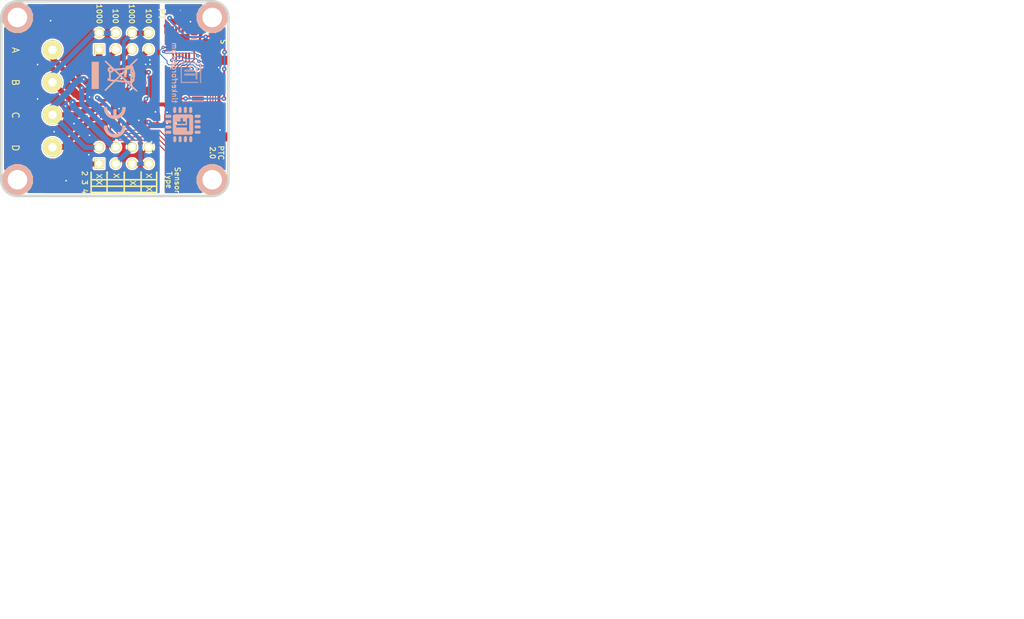
<source format=kicad_pcb>
(kicad_pcb (version 4) (host pcbnew 4.0.7-e2-6376~58~ubuntu17.04.1)
  (title_block (title "PTC Bricklet") (date "25 jun 2013") (rev 1.0) (company "Tinkerforge GmbH") (comment 1 "Licensed under CERN OHL v.1.1") (comment 2 "Copyright (©) 2013, B.Nordmeyer <bastian@tinkerforge.com>"))
  (layers (0 Vorderseite signal hide) (31 Rückseite signal hide) (34 B.Paste user) (35 F.Paste user) (36 B.SilkS user) (37 F.SilkS user) (38 B.Mask user) (39 F.Mask user) (44 Edge.Cuts user))
  (net 0 "")
  (net 1 AGND)
  (net 2 FORCE+)
  (net 3 FORCE-)
  (net 4 FORCE2)
  (net 5 GND)
  (net 6 RTDIN+)
  (net 7 RTDIN-)
  (net 8 VCC)
  (net 9 "Net-(P1-Pad4)")
  (net 10 "Net-(P1-Pad5)")
  (net 11 "Net-(P1-Pad6)")
  (net 12 "Net-(C1-Pad1)")
  (net 13 "Net-(C6-Pad1)")
  (net 14 "Net-(C7-Pad2)")
  (net 15 "Net-(C8-Pad2)")
  (net 16 "Net-(D1-Pad2)")
  (net 17 "Net-(P2-Pad1)")
  (net 18 "Net-(P3-Pad2)")
  (net 19 "Net-(R1-Pad1)")
  (net 20 "Net-(P4-Pad7)")
  (net 21 "Net-(R2-Pad2)")
  (net 22 "Net-(P4-Pad5)")
  (net 23 S-MISO)
  (net 24 S-MOSI)
  (net 25 S-CLK)
  (net 26 S-CS)
  (net 27 "Net-(RP2-Pad1)")
  (net 28 "Net-(RP2-Pad2)")
  (net 29 "Net-(RP2-Pad3)")
  (net 30 "Net-(RP2-Pad4)")
  (net 31 M-MISO)
  (net 32 M-MOSI)
  (net 33 M-CLK)
  (net 34 M-CS)
  (net 35 "Net-(P4-Pad6)")
  (module kicad-libraries:Fiducial_Mark (layer Vorderseite) (at 153.8 98.5)
    (fp_text reference Fiducial_Mark hide)
    (fp_text value VAL** hide)
    (pad 1 smd circle (at 0 0) (size 1.00076 1.00076) (layers Vorderseite F.Paste F.Mask) (clearance 0.65024))
  )
  (module C0805 (layer Vorderseite) (at 153.2 86.9 270)
    (fp_text reference C2)
    (fp_text value 10uF)
    (pad 1 smd rect (at -1.00076 0 270) (size 1.00076 1.24968) (layers Vorderseite F.Paste F.Mask) (net 8 VCC) (clearance 0.14986))
    (pad 2 smd rect (at 1.00076 0 270) (size 1.00076 1.24968) (layers Vorderseite F.Paste F.Mask) (net 5 GND) (clearance 0.14986))
  )
  (module CON-SENSOR2 (layer Vorderseite) (at 159.79902 84.9503 90)
    (fp_text reference P1)
    (fp_text value CON-SENSOR)
    (pad 1 smd rect (at -3.75 -4.6 90) (size 0.6 1.8) (layers Vorderseite F.Paste F.Mask))
    (pad 2 smd rect (at -2.5 -4.6 90) (size 0.6 1.8) (layers Vorderseite F.Paste F.Mask) (net 5 GND))
    (pad EP smd rect (at -5.9 -1.2 90) (size 1.4 2.4) (layers Vorderseite F.Paste F.Mask) (net 5 GND))
    (pad EP smd rect (at 5.9 -1.2 90) (size 1.4 2.4) (layers Vorderseite F.Paste F.Mask) (net 5 GND))
    (pad 3 smd rect (at -1.25 -4.6 90) (size 0.6 1.8) (layers Vorderseite F.Paste F.Mask) (net 8 VCC))
    (pad 4 smd rect (at 0 -4.6 90) (size 0.6 1.8) (layers Vorderseite F.Paste F.Mask) (net 9 "Net-(P1-Pad4)"))
    (pad 5 smd rect (at 1.25 -4.6 90) (size 0.6 1.8) (layers Vorderseite F.Paste F.Mask) (net 10 "Net-(P1-Pad5)"))
    (pad 6 smd rect (at 2.5 -4.6 90) (size 0.6 1.8) (layers Vorderseite F.Paste F.Mask) (net 11 "Net-(P1-Pad6)"))
    (pad 7 smd rect (at 3.75 -4.6 90) (size 0.6 1.8) (layers Vorderseite F.Paste F.Mask) (net 12 "Net-(C1-Pad1)"))
  )
  (module kicad-libraries:Logo_31x31 (layer Rückseite) (at 155.7 82.55 90)
    (fp_text reference G*** hide)
    (fp_text value Logo_31x31 hide)
  )
  (module kicad-libraries:Fiducial_Mark (layer Vorderseite) (at 153.9 71.5)
    (fp_text reference Fiducial_Mark hide)
    (fp_text value VAL** hide)
    (pad 1 smd circle (at 0 0) (size 1.00076 1.00076) (layers Vorderseite F.Paste F.Mask) (clearance 0.65024))
  )
  (module kicad-libraries:Fiducial_Mark (layer Vorderseite) (at 130.9 98.4)
    (fp_text reference Fiducial_Mark hide)
    (fp_text value VAL** hide)
    (pad 1 smd circle (at 0 0) (size 1.00076 1.00076) (layers Vorderseite F.Paste F.Mask) (clearance 0.65024))
  )
  (module kicad-libraries:CE_5mm (layer Rückseite) (at 142.4 88.55 90)
    (fp_text reference VAL hide)
    (fp_text value CE_5mm hide)
  )
  (module kicad-libraries:WEEE_7mm (layer Rückseite) (at 142.4 81.35 90)
    (fp_text reference VAL hide)
    (fp_text value WEEE_7mm hide)
  )
  (module kicad-libraries:Fiducial_Mark (layer Vorderseite) (at 130.9 71.5)
    (fp_text reference Fiducial_Mark hide)
    (fp_text value VAL** hide)
    (pad 1 smd circle (at 0 0) (size 1.00076 1.00076) (layers Vorderseite F.Paste F.Mask) (clearance 0.65024))
  )
  (module C0402E (layer Vorderseite) (at 153.5 81.45 90)
    (fp_text reference C1)
    (fp_text value 220pF)
    (pad 1 smd rect (at -0.65 0 90) (size 0.7 0.9) (layers Vorderseite F.Paste F.Mask) (net 12 "Net-(C1-Pad1)"))
    (pad 2 smd rect (at 0.65 0 90) (size 0.7 0.9) (layers Vorderseite F.Paste F.Mask) (net 5 GND))
  )
  (module C0603F (layer Vorderseite) (at 151.8 87.1 270)
    (fp_text reference C3)
    (fp_text value 100nF)
    (pad 1 smd rect (at -0.75 0 270) (size 0.9 0.9) (layers Vorderseite F.Paste F.Mask) (net 8 VCC))
    (pad 2 smd rect (at 0.75 0 270) (size 0.9 0.9) (layers Vorderseite F.Paste F.Mask) (net 5 GND))
  )
  (module C0603F (layer Vorderseite) (at 152.35 73.1)
    (fp_text reference C4)
    (fp_text value 100nF)
    (pad 1 smd rect (at -0.75 0) (size 0.9 0.9) (layers Vorderseite F.Paste F.Mask) (net 8 VCC))
    (pad 2 smd rect (at 0.75 0) (size 0.9 0.9) (layers Vorderseite F.Paste F.Mask) (net 5 GND))
  )
  (module C0603F (layer Vorderseite) (at 146.9 86.6 90)
    (fp_text reference C5)
    (fp_text value 100nF)
    (pad 1 smd rect (at -0.75 0 90) (size 0.9 0.9) (layers Vorderseite F.Paste F.Mask) (net 5 GND))
    (pad 2 smd rect (at 0.75 0 90) (size 0.9 0.9) (layers Vorderseite F.Paste F.Mask) (net 8 VCC))
  )
  (module C0603F (layer Vorderseite) (at 145.5 81.7 90)
    (fp_text reference C6)
    (fp_text value 100nF)
    (pad 1 smd rect (at -0.75 0 90) (size 0.9 0.9) (layers Vorderseite F.Paste F.Mask) (net 13 "Net-(C6-Pad1)"))
    (pad 2 smd rect (at 0.75 0 90) (size 0.9 0.9) (layers Vorderseite F.Paste F.Mask) (net 1 AGND))
  )
  (module C0603F (layer Vorderseite) (at 140.1 81.6 90)
    (fp_text reference C7)
    (fp_text value 10nF)
    (pad 1 smd rect (at -0.75 0 90) (size 0.9 0.9) (layers Vorderseite F.Paste F.Mask) (net 7 RTDIN-))
    (pad 2 smd rect (at 0.75 0 90) (size 0.9 0.9) (layers Vorderseite F.Paste F.Mask) (net 14 "Net-(C7-Pad2)"))
  )
  (module C0603F (layer Vorderseite) (at 138.7 81.6 90)
    (fp_text reference C8)
    (fp_text value 100nF)
    (pad 1 smd rect (at -0.75 0 90) (size 0.9 0.9) (layers Vorderseite F.Paste F.Mask) (net 7 RTDIN-))
    (pad 2 smd rect (at 0.75 0 90) (size 0.9 0.9) (layers Vorderseite F.Paste F.Mask) (net 15 "Net-(C8-Pad2)"))
  )
  (module D0603F (layer Vorderseite) (at 157.15 76.2)
    (fp_text reference D1)
    (fp_text value blue)
    (pad 1 smd rect (at -0.75 0) (size 0.9 0.9) (layers Vorderseite F.Paste F.Mask) (net 8 VCC))
    (pad 2 smd rect (at 0.75 0) (size 0.9 0.9) (layers Vorderseite F.Paste F.Mask) (net 16 "Net-(D1-Pad2)"))
  )
  (module R0603F (layer Vorderseite) (at 149.7 87.9)
    (fp_text reference FB1)
    (fp_text value FB)
    (pad 1 smd rect (at -0.75 0) (size 0.9 0.9) (layers Vorderseite F.Paste F.Mask) (net 1 AGND))
    (pad 2 smd rect (at 0.75 0) (size 0.9 0.9) (layers Vorderseite F.Paste F.Mask) (net 5 GND))
  )
  (module R0603F (layer Vorderseite) (at 146.8 81.7 270)
    (fp_text reference FB2)
    (fp_text value FB)
    (pad 1 smd rect (at -0.75 0 270) (size 0.9 0.9) (layers Vorderseite F.Paste F.Mask) (net 8 VCC))
    (pad 2 smd rect (at 0.75 0 270) (size 0.9 0.9) (layers Vorderseite F.Paste F.Mask) (net 13 "Net-(C6-Pad1)"))
  )
  (module AKL_5_2 (layer Vorderseite) (at 132.79882 79.94904 90)
    (fp_text reference J1)
    (fp_text value AKL_5_2)
    (pad 1 thru_hole circle (at -2.49936 0 90) (size 2.99974 2.99974) (drill 1.30048) (layers *.Cu *.Mask F.SilkS) (net 6 RTDIN+))
    (pad 2 thru_hole circle (at 2.49936 0 90) (size 2.99974 2.99974) (drill 1.30048) (layers *.Cu *.Mask F.SilkS) (net 2 FORCE+))
  )
  (module AKL_5_2 (layer Vorderseite) (at 132.79882 89.94902 90)
    (fp_text reference J2)
    (fp_text value AKL_5_2)
    (pad 1 thru_hole circle (at -2.49936 0 90) (size 2.99974 2.99974) (drill 1.30048) (layers *.Cu *.Mask F.SilkS) (net 3 FORCE-))
    (pad 2 thru_hole circle (at 2.49936 0 90) (size 2.99974 2.99974) (drill 1.30048) (layers *.Cu *.Mask F.SilkS) (net 7 RTDIN-))
  )
  (module kicad-libraries:DEBUG_PAD (layer Vorderseite) (at 150.3 73.75)
    (fp_text reference P2)
    (fp_text value Debug)
    (pad 1 smd circle (at 0 0) (size 0.7 0.7) (layers Vorderseite F.Paste F.Mask) (net 17 "Net-(P2-Pad1)"))
  )
  (module kicad-libraries:SolderJumper (layer Vorderseite) (at 151.55 71.3 180)
    (fp_text reference P3)
    (fp_text value Boot)
    (pad 2 smd rect (at 0.55 0 180) (size 0.3 1.4) (layers Vorderseite F.Mask) (net 18 "Net-(P3-Pad2)"))
    (pad 2 smd rect (at 0.15 0 180) (size 0.6 0.5) (layers Vorderseite F.Mask) (net 18 "Net-(P3-Pad2)"))
    (pad 1 smd rect (at -0.5 0 180) (size 0.4 1.4) (layers Vorderseite F.Mask) (net 5 GND))
    (pad 1 smd rect (at -0.225 0.55 180) (size 0.95 0.3) (layers Vorderseite F.Mask) (net 5 GND))
    (pad 1 smd rect (at -0.225 -0.55 180) (size 0.95 0.3) (layers Vorderseite F.Mask) (net 5 GND))
  )
  (module R0603F (layer Vorderseite) (at 157.15 77.5)
    (fp_text reference R1)
    (fp_text value 1k)
    (pad 1 smd rect (at -0.75 0) (size 0.9 0.9) (layers Vorderseite F.Paste F.Mask) (net 19 "Net-(R1-Pad1)"))
    (pad 2 smd rect (at 0.75 0) (size 0.9 0.9) (layers Vorderseite F.Paste F.Mask) (net 16 "Net-(D1-Pad2)"))
  )
  (module R0805 (layer Vorderseite) (at 143.4 81.5 270)
    (fp_text reference R2)
    (fp_text value "390 0.1%")
    (pad 1 smd rect (at -1.00076 0 270) (size 1.00076 1.24968) (layers Vorderseite F.Paste F.Mask) (net 20 "Net-(P4-Pad7)") (clearance 0.14986))
    (pad 2 smd rect (at 1.00076 0 270) (size 1.00076 1.24968) (layers Vorderseite F.Paste F.Mask) (net 21 "Net-(R2-Pad2)") (clearance 0.14986))
  )
  (module R0805 (layer Vorderseite) (at 141.8 81.5 270)
    (fp_text reference R3)
    (fp_text value "3k9 0.1%")
    (pad 1 smd rect (at -1.00076 0 270) (size 1.00076 1.24968) (layers Vorderseite F.Paste F.Mask) (net 22 "Net-(P4-Pad5)") (clearance 0.14986))
    (pad 2 smd rect (at 1.00076 0 270) (size 1.00076 1.24968) (layers Vorderseite F.Paste F.Mask) (net 21 "Net-(R2-Pad2)") (clearance 0.14986))
  )
  (module kicad-libraries:4X0402 (layer Vorderseite) (at 151.8 81.45)
    (fp_text reference RP1)
    (fp_text value 82)
    (pad 1 smd rect (at -0.7493 0.575 180) (size 0.29972 0.65) (layers Vorderseite F.Paste F.Mask) (net 9 "Net-(P1-Pad4)"))
    (pad 2 smd rect (at -0.24892 0.575 180) (size 0.29972 0.65) (layers Vorderseite F.Paste F.Mask) (net 10 "Net-(P1-Pad5)"))
    (pad 3 smd rect (at 0.24892 0.575 180) (size 0.29972 0.65) (layers Vorderseite F.Paste F.Mask) (net 11 "Net-(P1-Pad6)"))
    (pad 4 smd rect (at 0.7493 0.575 180) (size 0.29972 0.65) (layers Vorderseite F.Paste F.Mask) (net 12 "Net-(C1-Pad1)"))
    (pad 5 smd rect (at 0.7493 -0.575) (size 0.29972 0.65) (layers Vorderseite F.Paste F.Mask) (net 23 S-MISO))
    (pad 6 smd rect (at 0.24892 -0.575) (size 0.29972 0.65) (layers Vorderseite F.Paste F.Mask) (net 24 S-MOSI))
    (pad 7 smd rect (at -0.24892 -0.575) (size 0.29972 0.65) (layers Vorderseite F.Paste F.Mask) (net 25 S-CLK))
    (pad 8 smd rect (at -0.7493 -0.575) (size 0.29972 0.65) (layers Vorderseite F.Paste F.Mask) (net 26 S-CS))
  )
  (module 0603X4 (layer Vorderseite) (at 152.2 92.3 90)
    (fp_text reference RP2)
    (fp_text value 100)
    (pad 1 smd rect (at 1.19888 -0.8509 90) (size 0.44958 0.89916) (layers Vorderseite F.Paste F.Mask) (net 27 "Net-(RP2-Pad1)"))
    (pad 2 smd rect (at 0.39878 -0.8509 90) (size 0.44958 0.89916) (layers Vorderseite F.Paste F.Mask) (net 28 "Net-(RP2-Pad2)"))
    (pad 3 smd rect (at -0.39878 -0.8509 90) (size 0.44958 0.89916) (layers Vorderseite F.Paste F.Mask) (net 29 "Net-(RP2-Pad3)"))
    (pad 4 smd rect (at -1.19888 -0.8509 90) (size 0.44958 0.89916) (layers Vorderseite F.Paste F.Mask) (net 30 "Net-(RP2-Pad4)"))
    (pad 5 smd rect (at -1.19888 0.8509 90) (size 0.44958 0.89916) (layers Vorderseite F.Paste F.Mask) (net 32 M-MOSI))
    (pad 6 smd rect (at -0.39878 0.8509 90) (size 0.44958 0.89916) (layers Vorderseite F.Paste F.Mask) (net 33 M-CLK))
    (pad 7 smd rect (at 0.39878 0.8509 90) (size 0.44958 0.89916) (layers Vorderseite F.Paste F.Mask) (net 34 M-CS))
    (pad 8 smd rect (at 1.19888 0.8509 90) (size 0.44958 0.89916) (layers Vorderseite F.Paste F.Mask) (net 31 M-MISO))
  )
  (module kicad-libraries:QFN24-4x4mm-0.5mm (layer Vorderseite) (at 152.6 76.3 180)
    (fp_text reference U1)
    (fp_text value XMC1XXX24)
    (pad 1 smd oval (at -2.025 -1.25 180) (size 1 0.3) (layers Vorderseite F.Paste F.Mask) (net 23 S-MISO))
    (pad 2 smd oval (at -2.025 -0.75 180) (size 1 0.3) (layers Vorderseite F.Paste F.Mask) (net 19 "Net-(R1-Pad1)"))
    (pad 3 smd oval (at -2.025 -0.25 180) (size 1 0.3) (layers Vorderseite F.Paste F.Mask))
    (pad 4 smd oval (at -2.025 0.25 180) (size 1 0.3) (layers Vorderseite F.Paste F.Mask))
    (pad 5 smd oval (at -2.025 0.75 180) (size 1 0.3) (layers Vorderseite F.Paste F.Mask))
    (pad 6 smd oval (at -2.025 1.25 180) (size 1 0.3) (layers Vorderseite F.Paste F.Mask))
    (pad 7 smd oval (at -1.25 2.025 270) (size 1 0.3) (layers Vorderseite F.Paste F.Mask))
    (pad 8 smd oval (at -0.75 2.025 270) (size 1 0.3) (layers Vorderseite F.Paste F.Mask))
    (pad 9 smd oval (at -0.25 2.025 270) (size 1 0.3) (layers Vorderseite F.Paste F.Mask) (net 5 GND))
    (pad 10 smd oval (at 0.25 2.025 270) (size 1 0.3) (layers Vorderseite F.Paste F.Mask) (net 8 VCC))
    (pad 11 smd oval (at 0.75 2.025 270) (size 1 0.3) (layers Vorderseite F.Paste F.Mask))
    (pad 12 smd oval (at 1.25 2.025 270) (size 1 0.3) (layers Vorderseite F.Paste F.Mask) (net 18 "Net-(P3-Pad2)"))
    (pad 13 smd oval (at 2.025 1.25 180) (size 1 0.3) (layers Vorderseite F.Paste F.Mask) (net 17 "Net-(P2-Pad1)"))
    (pad 14 smd oval (at 2.025 0.75 180) (size 1 0.3) (layers Vorderseite F.Paste F.Mask))
    (pad 15 smd oval (at 2.025 0.25 180) (size 1 0.3) (layers Vorderseite F.Paste F.Mask))
    (pad 16 smd oval (at 2.025 -0.25 180) (size 1 0.3) (layers Vorderseite F.Paste F.Mask))
    (pad 17 smd oval (at 2.025 -0.75 180) (size 1 0.3) (layers Vorderseite F.Paste F.Mask) (net 31 M-MISO))
    (pad 18 smd oval (at 2.025 -1.25 180) (size 1 0.3) (layers Vorderseite F.Paste F.Mask) (net 32 M-MOSI))
    (pad 19 smd oval (at 1.25 -2.025 270) (size 1 0.3) (layers Vorderseite F.Paste F.Mask) (net 33 M-CLK))
    (pad 20 smd oval (at 0.75 -2.025 270) (size 1 0.3) (layers Vorderseite F.Paste F.Mask) (net 34 M-CS))
    (pad 21 smd oval (at 0.25 -2.025 270) (size 1 0.3) (layers Vorderseite F.Paste F.Mask))
    (pad 22 smd oval (at -0.25 -2.025 270) (size 1 0.3) (layers Vorderseite F.Paste F.Mask) (net 26 S-CS))
    (pad 23 smd oval (at -0.75 -2.025 270) (size 1 0.3) (layers Vorderseite F.Paste F.Mask) (net 25 S-CLK))
    (pad 24 smd oval (at -1.25 -2.025 270) (size 1 0.3) (layers Vorderseite F.Paste F.Mask) (net 24 S-MOSI))
    (pad EXP smd rect (at 0.65 0.65 180) (size 1.3 1.3) (layers Vorderseite F.Paste F.Mask) (net 5 GND))
    (pad EXP smd rect (at 0.65 -0.65 180) (size 1.3 1.3) (layers Vorderseite F.Paste F.Mask) (net 5 GND))
    (pad EXP smd rect (at -0.65 0.65 180) (size 1.3 1.3) (layers Vorderseite F.Paste F.Mask) (net 5 GND))
    (pad EXP smd rect (at -0.65 -0.65 180) (size 1.3 1.3) (layers Vorderseite F.Paste F.Mask) (net 5 GND))
  )
  (module QFN-20-5x5 (layer Vorderseite) (at 143.05026 86.4997 180)
    (fp_text reference U2)
    (fp_text value MAX31865)
    (pad 1 smd rect (at -1.29794 2.3876) (size 0.34798 1.14808) (layers Vorderseite F.Paste F.Mask) (net 35 "Net-(P4-Pad6)"))
    (pad 2 smd rect (at -0.6477 2.3876) (size 0.34798 1.14808) (layers Vorderseite F.Paste F.Mask) (net 35 "Net-(P4-Pad6)"))
    (pad 3 smd rect (at 0 2.3876) (size 0.34798 1.14808) (layers Vorderseite F.Paste F.Mask) (net 21 "Net-(R2-Pad2)"))
    (pad 4 smd rect (at 0.6477 2.3876) (size 0.34798 1.14808) (layers Vorderseite F.Paste F.Mask) (net 21 "Net-(R2-Pad2)"))
    (pad 5 smd rect (at 1.29794 2.3876) (size 0.34798 1.14808) (layers Vorderseite F.Paste F.Mask) (net 2 FORCE+))
    (pad 6 smd rect (at 2.3876 1.29794 90) (size 0.34798 1.14808) (layers Vorderseite F.Paste F.Mask) (net 4 FORCE2))
    (pad 7 smd rect (at 2.3876 0.6477 90) (size 0.34798 1.14808) (layers Vorderseite F.Paste F.Mask) (net 6 RTDIN+))
    (pad 8 smd rect (at 2.3876 0 90) (size 0.34798 1.14808) (layers Vorderseite F.Paste F.Mask) (net 7 RTDIN-))
    (pad 9 smd rect (at 2.3876 -0.6477 90) (size 0.34798 1.14808) (layers Vorderseite F.Paste F.Mask) (net 3 FORCE-))
    (pad 10 smd rect (at 2.3876 -1.29794 90) (size 0.34798 1.14808) (layers Vorderseite F.Paste F.Mask) (net 1 AGND))
    (pad 11 smd rect (at 1.29794 -2.3876 180) (size 0.34798 1.14808) (layers Vorderseite F.Paste F.Mask) (net 30 "Net-(RP2-Pad4)"))
    (pad 12 smd rect (at 0.6477 -2.3876 180) (size 0.34798 1.14808) (layers Vorderseite F.Paste F.Mask) (net 29 "Net-(RP2-Pad3)"))
    (pad 13 smd rect (at 0 -2.3876 180) (size 0.34798 1.14808) (layers Vorderseite F.Paste F.Mask) (net 28 "Net-(RP2-Pad2)"))
    (pad 14 smd rect (at -0.6477 -2.3876 180) (size 0.34798 1.14808) (layers Vorderseite F.Paste F.Mask) (net 27 "Net-(RP2-Pad1)"))
    (pad 15 smd rect (at -1.29794 -2.3876 180) (size 0.34798 1.14808) (layers Vorderseite F.Paste F.Mask) (net 5 GND))
    (pad 16 smd rect (at -2.3876 -1.29794 270) (size 0.34798 1.14808) (layers Vorderseite F.Paste F.Mask) (net 1 AGND))
    (pad 17 smd rect (at -2.3876 -0.6477 270) (size 0.34798 1.14808) (layers Vorderseite F.Paste F.Mask))
    (pad 18 smd rect (at -2.3876 0 270) (size 0.34798 1.14808) (layers Vorderseite F.Paste F.Mask))
    (pad 19 smd rect (at -2.3876 0.6477 270) (size 0.34798 1.14808) (layers Vorderseite F.Paste F.Mask) (net 8 VCC))
    (pad 20 smd rect (at -2.3876 1.29794 270) (size 0.34798 1.14808) (layers Vorderseite F.Paste F.Mask) (net 13 "Net-(C6-Pad1)"))
    (pad EP smd rect (at 0 0 180) (size 2.49936 2.49936) (layers Vorderseite F.Paste F.Mask) (net 1 AGND))
  )
  (module DRILL_NP (layer Vorderseite) (at 157.40126 97.44964 90)
    (fp_text reference U3 hide)
    (fp_text value DRILL hide)
    (pad "" np_thru_hole circle (at 0 0 90) (size 2.99974 2.99974) (drill 2.99974) (layers *.Cu *.Mask F.SilkS) (clearance 0.89916))
  )
  (module DRILL_NP (layer Vorderseite) (at 127.39878 97.44964)
    (fp_text reference U4 hide)
    (fp_text value DRILL hide)
    (pad "" np_thru_hole circle (at 0 0) (size 2.99974 2.99974) (drill 2.99974) (layers *.Cu *.Mask F.SilkS) (clearance 0.89916))
  )
  (module DRILL_NP (layer Vorderseite) (at 127.39878 72.45096 90)
    (fp_text reference U5 hide)
    (fp_text value DRILL hide)
    (pad "" np_thru_hole circle (at 0 0 90) (size 2.99974 2.99974) (drill 2.99974) (layers *.Cu *.Mask F.SilkS) (clearance 0.89916))
  )
  (module DRILL_NP (layer Vorderseite) (at 157.40126 72.45096)
    (fp_text reference U6 hide)
    (fp_text value DRILL hide)
    (pad "" np_thru_hole circle (at 0 0) (size 2.99974 2.99974) (drill 2.99974) (layers *.Cu *.Mask F.SilkS) (clearance 0.89916))
  )
  (module kicad-libraries:pin_array_4x2 (layer Vorderseite) (at 143.8 76.1)
    (fp_text reference P4)
    (fp_text value CONN_02X04 hide)
    (pad 1 thru_hole rect (at -3.81 1.27) (size 1.524 1.524) (drill 1.016) (layers *.Cu *.Mask F.SilkS) (net 15 "Net-(C8-Pad2)"))
    (pad 2 thru_hole circle (at -3.81 -1.27) (size 1.524 1.524) (drill 1.016) (layers *.Cu *.Mask F.SilkS) (net 6 RTDIN+))
    (pad 3 thru_hole circle (at -1.27 1.27) (size 1.524 1.524) (drill 1.016) (layers *.Cu *.Mask F.SilkS) (net 14 "Net-(C7-Pad2)"))
    (pad 4 thru_hole circle (at -1.27 -1.27) (size 1.524 1.524) (drill 1.016) (layers *.Cu *.Mask F.SilkS) (net 6 RTDIN+))
    (pad 5 thru_hole circle (at 1.27 1.27) (size 1.524 1.524) (drill 1.016) (layers *.Cu *.Mask F.SilkS) (net 22 "Net-(P4-Pad5)"))
    (pad 6 thru_hole circle (at 1.27 -1.27) (size 1.524 1.524) (drill 1.016) (layers *.Cu *.Mask F.SilkS) (net 35 "Net-(P4-Pad6)"))
    (pad 7 thru_hole circle (at 3.81 1.27) (size 1.524 1.524) (drill 1.016) (layers *.Cu *.Mask F.SilkS) (net 20 "Net-(P4-Pad7)"))
    (pad 8 thru_hole circle (at 3.81 -1.27) (size 1.524 1.524) (drill 1.016) (layers *.Cu *.Mask F.SilkS) (net 35 "Net-(P4-Pad6)"))
  )
  (module kicad-libraries:pin_array_4x2 (layer Vorderseite) (at 143.8 93.7)
    (fp_text reference P5)
    (fp_text value CONN_02X04 hide)
    (pad 1 thru_hole rect (at -3.81 1.27) (size 1.524 1.524) (drill 1.016) (layers *.Cu *.Mask F.SilkS) (net 3 FORCE-))
    (pad 2 thru_hole circle (at -3.81 -1.27) (size 1.524 1.524) (drill 1.016) (layers *.Cu *.Mask F.SilkS) (net 7 RTDIN-))
    (pad 3 thru_hole circle (at -1.27 1.27) (size 1.524 1.524) (drill 1.016) (layers *.Cu *.Mask F.SilkS) (net 2 FORCE+))
    (pad 4 thru_hole circle (at -1.27 -1.27) (size 1.524 1.524) (drill 1.016) (layers *.Cu *.Mask F.SilkS) (net 6 RTDIN+))
    (pad 5 thru_hole circle (at 1.27 1.27) (size 1.524 1.524) (drill 1.016) (layers *.Cu *.Mask F.SilkS) (net 4 FORCE2))
    (pad 6 thru_hole circle (at 1.27 -1.27) (size 1.524 1.524) (drill 1.016) (layers *.Cu *.Mask F.SilkS) (net 2 FORCE+))
    (pad 7 thru_hole circle (at 3.81 1.27) (size 1.524 1.524) (drill 1.016) (layers *.Cu *.Mask F.SilkS) (net 4 FORCE2))
    (pad 8 thru_hole circle (at 3.81 -1.27) (size 1.524 1.524) (drill 1.016) (layers *.Cu *.Mask F.SilkS) (net 1 AGND))
  )
  (module kicad-libraries:Logo_CoMCU (layer Rückseite) (at 152.9 88.95 90)
    (fp_text reference G*** hide)
    (fp_text value LOGO hide)
  )
  (gr_text S (at 159.1 76.2 270) (layer F.SilkS) (effects (font (size 0.8001 0.8001) (thickness 0.14986))))
  (gr_text X (at 147.74926 98.89998 90) (layer F.SilkS) (effects (font (size 0.8001 0.8001) (thickness 0.14986))))
  (gr_text X (at 147.701 96.8502 90) (layer F.SilkS) (effects (font (size 0.8001 0.8001) (thickness 0.14986))))
  (gr_text X (at 145.2499 97.95002 90) (layer F.SilkS) (effects (font (size 0.8001 0.8001) (thickness 0.14986))))
  (gr_text X (at 142.69974 96.8502 90) (layer F.SilkS) (effects (font (size 0.8001 0.8001) (thickness 0.14986))))
  (gr_text X (at 140.05052 97.89922 90) (layer F.SilkS) (effects (font (size 0.8001 0.8001) (thickness 0.14986))))
  (gr_text X (at 140.05052 96.901 90) (layer F.SilkS) (effects (font (size 0.8001 0.8001) (thickness 0.14986))))
  (gr_text "2 3 4" (at 137.74928 97.85096 270) (layer F.SilkS) (effects (font (size 0.8001 0.8001) (thickness 0.14986))))
  (gr_line (start 138.75004 98.4504) (end 138.75004 98.3996) (angle 90) (layer F.SilkS) (width 0.24892))
  (gr_line (start 148.84908 98.4504) (end 138.75004 98.4504) (angle 90) (layer F.SilkS) (width 0.24892))
  (gr_line (start 138.75004 97.44964) (end 148.84908 97.44964) (angle 90) (layer F.SilkS) (width 0.24892))
  (gr_line (start 141.20114 96.29902) (end 141.2494 96.29902) (angle 90) (layer F.SilkS) (width 0.24892))
  (gr_line (start 141.20114 99.40036) (end 141.20114 96.29902) (angle 90) (layer F.SilkS) (width 0.24892))
  (gr_line (start 143.85036 96.29902) (end 143.90116 96.29902) (angle 90) (layer F.SilkS) (width 0.24892))
  (gr_line (start 143.85036 99.45116) (end 143.85036 96.29902) (angle 90) (layer F.SilkS) (width 0.24892))
  (gr_line (start 146.44878 99.40036) (end 146.44878 96.25076) (angle 90) (layer F.SilkS) (width 0.24892))
  (gr_line (start 148.84908 99.40036) (end 148.84908 96.29902) (angle 90) (layer F.SilkS) (width 0.24892))
  (gr_line (start 138.75004 99.40036) (end 148.84908 99.40036) (angle 90) (layer F.SilkS) (width 0.24892))
  (gr_line (start 138.75004 96.29902) (end 138.75004 99.40036) (angle 90) (layer F.SilkS) (width 0.24892))
  (gr_text "A     B     C     D" (at 127.09906 85.04936 270) (layer F.SilkS) (effects (font (size 1.04902 1.04902) (thickness 0.14986))))
  (gr_text "PTC\n2.0" (at 158.1 93.3 270) (layer F.SilkS) (effects (font (size 0.8001 0.8001) (thickness 0.14986))))
  (gr_text tinkerforge.com (at 151.6 80.95 270) (layer B.SilkS) (effects (font (size 0.8001 0.8001) (thickness 0.14986)) (justify mirror)))
  (gr_text "Sensor\nType" (at 151.39924 97.50044 270) (layer F.SilkS) (effects (font (size 0.8001 0.8001) (thickness 0.14986))))
  (gr_text PT (at 149.64918 71.89978 270) (layer F.SilkS) (effects (font (size 1.00076 1.00076) (thickness 0.20066))))
  (gr_line (start 124.89942 97.44964) (end 124.89942 72.45096) (angle 90) (layer Edge.Cuts) (width 0.381))
  (gr_line (start 159.90062 72.45096) (end 159.90062 97.44964) (angle 90) (layer Edge.Cuts) (width 0.381))
  (gr_line (start 127.39878 69.94906) (end 157.40126 69.94906) (angle 90) (layer Edge.Cuts) (width 0.381))
  (gr_text 1000 (at 139.99972 71.89978 270) (layer F.SilkS) (effects (font (size 0.8001 0.8001) (thickness 0.14986))))
  (gr_text 100 (at 142.49908 72.2503 270) (layer F.SilkS) (effects (font (size 0.8001 0.8001) (thickness 0.14986))))
  (gr_text 1000 (at 145.00098 71.89978 270) (layer F.SilkS) (effects (font (size 0.8001 0.8001) (thickness 0.14986))))
  (gr_text 100 (at 147.5994 72.2503 270) (layer F.SilkS) (effects (font (size 0.8001 0.8001) (thickness 0.14986))))
  (gr_line (start 157.40126 99.949) (end 127.39878 99.949) (angle 90) (layer Edge.Cuts) (width 0.381))
  (gr_arc (start 157.40126 97.44964) (end 159.90062 97.44964) (angle 90) (layer Edge.Cuts) (width 0.381))
  (gr_arc (start 157.40126 72.45096) (end 157.40126 69.9516) (angle 90) (layer Edge.Cuts) (width 0.381))
  (gr_arc (start 127.40132 72.45096) (end 124.89942 72.45096) (angle 90) (layer Edge.Cuts) (width 0.381))
  (gr_arc (start 127.40132 97.44964) (end 127.40132 99.949) (angle 90) (layer Edge.Cuts) (width 0.381))
  (segment (start 148.95 87.9) (end 148.95 87.3) (width 0.8001) (layer Vorderseite) (net 1))
  (via (at 148.65 87) (size 0.7) (drill 0.25) (layers Vorderseite Rückseite) (net 1))
  (segment (start 148.95 87.3) (end 148.65 87) (width 0.8001) (layer Vorderseite) (net 1))
  (segment (start 130.50012 88.00084) (end 130.50012 85.0011) (width 0.29972) (layer Vorderseite) (net 1))
  (segment (start 132.5499 90.05062) (end 130.50012 88.00084) (width 0.29972) (layer Vorderseite) (net 1))
  (segment (start 130.50012 79.70012) (end 130.50012 85.0011) (width 0.29972) (layer Vorderseite) (net 1))
  (via (at 132.4991 72.9488) (size 0.70104) (layers Vorderseite Rückseite) (net 1))
  (segment (start 130.50012 74.94778) (end 132.4991 72.9488) (width 0.29972) (layer Vorderseite) (net 1))
  (segment (start 143.05026 86.4997) (end 143.05026 85.34908) (width 0.29972) (layer Rückseite) (net 1))
  (via (at 138.50112 84.69884) (size 0.70104) (layers Vorderseite Rückseite) (net 1))
  (segment (start 139.49934 83.70062) (end 138.50112 84.69884) (width 0.29972) (layer Rückseite) (net 1))
  (segment (start 141.4018 83.70062) (end 139.49934 83.70062) (width 0.29972) (layer Rückseite) (net 1))
  (segment (start 143.05026 85.34908) (end 141.4018 83.70062) (width 0.29972) (layer Rückseite) (net 1))
  (segment (start 136.10082 88.80094) (end 136.10082 88.50122) (width 0.29972) (layer Rückseite) (net 1))
  (segment (start 137.89914 90.59926) (end 136.10082 88.80094) (width 0.29972) (layer Rückseite) (net 1))
  (via (at 130.50012 85.0011) (size 0.70104) (layers Vorderseite Rückseite) (net 1))
  (segment (start 136.10082 88.80094) (end 134.29996 88.80094) (width 0.29972) (layer Vorderseite) (net 1))
  (via (at 136.10082 88.80094) (size 0.70104) (layers Vorderseite Rückseite) (net 1))
  (via (at 133.05028 90.05062) (size 0.70104) (layers Vorderseite Rückseite) (net 1))
  (segment (start 134.29996 88.80094) (end 133.05028 90.05062) (width 0.29972) (layer Vorderseite) (net 1))
  (segment (start 133.05028 90.05062) (end 132.5499 90.05062) (width 0.29972) (layer Vorderseite) (net 1))
  (via (at 130.50012 79.70012) (size 0.70104) (layers Vorderseite Rückseite) (net 1))
  (segment (start 130.50012 79.70012) (end 130.50012 74.94778) (width 0.29972) (layer Vorderseite) (net 1))
  (segment (start 138.39952 94.09938) (end 134.8994 97.5995) (width 0.29972) (layer Rückseite) (net 1))
  (via (at 134.8994 97.5995) (size 0.70104) (layers Vorderseite Rückseite) (net 1))
  (segment (start 134.8994 97.5995) (end 134.85114 97.55124) (width 0.29972) (layer Vorderseite) (net 1))
  (segment (start 134.85114 97.55124) (end 134.85114 97.50044) (width 0.29972) (layer Vorderseite) (net 1))
  (segment (start 138.50112 90.59926) (end 138.50112 93.4974) (width 0.29972) (layer Vorderseite) (net 1))
  (via (at 138.39952 93.599) (size 0.70104) (layers Vorderseite Rückseite) (net 1))
  (segment (start 138.50112 93.4974) (end 138.39952 93.599) (width 0.29972) (layer Vorderseite) (net 1))
  (segment (start 138.39952 93.599) (end 138.39952 94.09938) (width 0.29972) (layer Rückseite) (net 1))
  (segment (start 143.05026 86.4997) (end 143.97498 85.57498) (width 0.59944) (layer Rückseite) (net 1))
  (segment (start 136.10082 88.50122) (end 134.80034 87.20074) (width 0.29972) (layer Rückseite) (net 1))
  (segment (start 134.80034 87.20074) (end 134.80034 86.10092) (width 0.29972) (layer Rückseite) (net 1))
  (via (at 134.80034 86.10092) (size 0.70104) (layers Vorderseite Rückseite) (net 1))
  (segment (start 138.50112 90.59926) (end 137.89914 90.59926) (width 0.29972) (layer Rückseite) (net 1))
  (segment (start 140.66266 88.43772) (end 138.50112 90.59926) (width 0.29972) (layer Vorderseite) (net 1))
  (via (at 138.50112 90.59926) (size 0.70104) (layers Vorderseite Rückseite) (net 1))
  (segment (start 140.66266 87.79764) (end 140.66266 88.43772) (width 0.29972) (layer Vorderseite) (net 1))
  (segment (start 147.60956 89.80932) (end 146.1008 88.30056) (width 0.59944) (layer Rückseite) (net 1))
  (segment (start 147.60956 92.47886) (end 147.60956 89.80932) (width 0.59944) (layer Rückseite) (net 1))
  (segment (start 145.43786 87.79764) (end 145.59788 87.79764) (width 0.29972) (layer Vorderseite) (net 1))
  (segment (start 144.57934 86.4997) (end 143.05026 86.4997) (width 0.59944) (layer Rückseite) (net 1))
  (segment (start 146.1008 88.02116) (end 144.57934 86.4997) (width 0.59944) (layer Rückseite) (net 1))
  (via (at 143.05026 86.4997) (size 0.70104) (layers Vorderseite Rückseite) (net 1))
  (segment (start 141.75232 87.79764) (end 143.05026 86.4997) (width 0.29972) (layer Vorderseite) (net 1))
  (segment (start 141.75232 87.79764) (end 140.66266 87.79764) (width 0.29972) (layer Vorderseite) (net 1))
  (segment (start 146.1008 88.30056) (end 146.1008 88.02116) (width 0.59944) (layer Rückseite) (net 1))
  (segment (start 145.59788 87.79764) (end 146.1008 88.30056) (width 0.29972) (layer Vorderseite) (net 1))
  (via (at 146.1008 88.30056) (size 0.70104) (layers Vorderseite Rückseite) (net 1))
  (segment (start 145.82502 85.57498) (end 146.3 85.1) (width 0.59944) (layer Rückseite) (net 1))
  (segment (start 146.3 85.1) (end 146.3 82.89906) (width 0.59944) (layer Rückseite) (net 1))
  (segment (start 143.97498 85.57498) (end 145.82502 85.57498) (width 0.59944) (layer Rückseite) (net 1))
  (segment (start 146.3 82.89906) (end 145.5293 82.12836) (width 0.59944) (layer Rückseite) (net 1))
  (segment (start 145.5293 82.12836) (end 144.70126 81.30032) (width 0.59944) (layer Rückseite) (net 1))
  (via (at 144.70126 81.30032) (size 0.70104) (layers Vorderseite Rückseite) (net 1))
  (segment (start 144.70126 81.30032) (end 145.5293 81.30032) (width 0.59944) (layer Rückseite) (net 1))
  (segment (start 145.5293 81.30032) (end 147.14982 79.6798) (width 0.59944) (layer Rückseite) (net 1))
  (segment (start 147.15998 79.66964) (end 147.14982 79.6798) (width 0.59944) (layer Vorderseite) (net 1))
  (via (at 147.14982 79.6798) (size 0.70104) (layers Vorderseite Rückseite) (net 1))
  (segment (start 147.83054 79.66964) (end 147.15998 79.66964) (width 0.59944) (layer Vorderseite) (net 1))
  (segment (start 145.10258 80.899) (end 144.70126 81.30032) (width 0.59944) (layer Vorderseite) (net 1))
  (segment (start 145.54962 80.899) (end 145.10258 80.899) (width 0.59944) (layer Vorderseite) (net 1))
  (segment (start 147.83054 79.66964) (end 147.83054 79.02956) (width 0.29972) (layer Vorderseite) (net 1))
  (via (at 147.83054 79.66964) (size 0.70104) (layers Vorderseite Rückseite) (net 1))
  (via (at 147.80006 78.99908) (size 0.70104) (layers Vorderseite Rückseite) (net 1))
  (segment (start 147.83054 79.02956) (end 147.80006 78.99908) (width 0.29972) (layer Vorderseite) (net 1))
  (segment (start 147.8407 79.65948) (end 147.83054 79.66964) (width 0.59944) (layer Vorderseite) (net 1))
  (segment (start 147.8407 79.65948) (end 148.57984 79.65948) (width 0.59944) (layer Vorderseite) (net 1))
  (segment (start 141.75232 84.1121) (end 141.75232 84.05368) (width 0.29972) (layer Vorderseite) (net 2))
  (segment (start 141.75232 84.05368) (end 141.39672 83.69808) (width 0.29972) (layer Vorderseite) (net 2))
  (segment (start 143.52524 90.77452) (end 142.27556 90.77452) (width 0.8001) (layer Rückseite) (net 2))
  (segment (start 142.27556 90.77452) (end 137.2997 85.79866) (width 0.8001) (layer Rückseite) (net 2))
  (segment (start 145.06956 92.47886) (end 145.06956 92.31884) (width 0.8001) (layer Rückseite) (net 2))
  (segment (start 145.06956 92.31884) (end 143.52524 90.77452) (width 0.8001) (layer Rückseite) (net 2))
  (segment (start 142.52956 95.01886) (end 145.06956 92.47886) (width 0.8001) (layer Rückseite) (net 2))
  (segment (start 137.2997 83.2993) (end 132.79882 78.79842) (width 0.8001) (layer Vorderseite) (net 2))
  (segment (start 132.79882 78.79842) (end 132.79882 77.44968) (width 0.8001) (layer Vorderseite) (net 2))
  (segment (start 137.69848 83.69808) (end 137.2997 83.2993) (width 0.8001) (layer Vorderseite) (net 2))
  (via (at 137.2997 83.2993) (size 0.70104) (layers Vorderseite Rückseite) (net 2))
  (segment (start 137.2997 85.79866) (end 137.2997 83.2993) (width 0.8001) (layer Rückseite) (net 2))
  (segment (start 141.39672 83.69808) (end 137.69848 83.69808) (width 0.8001) (layer Vorderseite) (net 2))
  (segment (start 139.98956 95.01886) (end 138.16838 95.01886) (width 0.8001) (layer Vorderseite) (net 3))
  (segment (start 135.001 91.85148) (end 135.001 91.84894) (width 0.8001) (layer Vorderseite) (net 3))
  (segment (start 138.16838 95.01886) (end 135.001 91.85148) (width 0.8001) (layer Vorderseite) (net 3))
  (segment (start 139.14882 88.00084) (end 138.8491 88.00084) (width 0.8001) (layer Vorderseite) (net 3))
  (segment (start 139.25296 87.8967) (end 139.14882 88.00084) (width 0.29972) (layer Vorderseite) (net 3))
  (segment (start 139.25296 87.69858) (end 139.25296 87.8967) (width 0.29972) (layer Vorderseite) (net 3))
  (segment (start 134.40156 92.44838) (end 132.79882 92.44838) (width 0.8001) (layer Vorderseite) (net 3))
  (segment (start 138.8491 88.00084) (end 135.001 91.84894) (width 0.8001) (layer Vorderseite) (net 3))
  (segment (start 135.001 91.84894) (end 134.40156 92.44838) (width 0.8001) (layer Vorderseite) (net 3))
  (segment (start 140.66266 87.1474) (end 139.80414 87.1474) (width 0.29972) (layer Vorderseite) (net 3))
  (segment (start 139.80414 87.1474) (end 139.25296 87.69858) (width 0.29972) (layer Vorderseite) (net 3))
  (segment (start 139.25296 87.69858) (end 139.25042 87.70112) (width 0.29972) (layer Vorderseite) (net 3))
  (segment (start 139.7 84.80044) (end 139.8397 84.80044) (width 0.59944) (layer Rückseite) (net 4))
  (segment (start 139.7508 84.85124) (end 139.7 84.80044) (width 0.29972) (layer Vorderseite) (net 4))
  (via (at 139.7 84.80044) (size 0.70104) (layers Vorderseite Rückseite) (net 4))
  (segment (start 140.66266 85.20176) (end 139.9032 85.20176) (width 0.29972) (layer Vorderseite) (net 4))
  (segment (start 139.9032 85.20176) (end 139.7508 85.04936) (width 0.29972) (layer Vorderseite) (net 4))
  (segment (start 139.7508 85.04936) (end 139.7508 84.85124) (width 0.29972) (layer Vorderseite) (net 4))
  (segment (start 146.33956 94.63786) (end 146.72056 95.01886) (width 0.59944) (layer Rückseite) (net 4))
  (segment (start 146.33956 91.3003) (end 146.33956 94.63786) (width 0.59944) (layer Rückseite) (net 4))
  (segment (start 139.8397 84.80044) (end 146.33956 91.3003) (width 0.59944) (layer Rückseite) (net 4))
  (segment (start 146.40052 94.69882) (end 146.72056 95.01886) (width 0.29972) (layer Rückseite) (net 4))
  (segment (start 145.06956 95.01886) (end 146.72056 95.01886) (width 0.59944) (layer Rückseite) (net 4))
  (segment (start 146.72056 95.01886) (end 147.60956 95.01886) (width 0.59944) (layer Rückseite) (net 4))
  (segment (start 152.85 74.275) (end 152.85 73.35) (width 0.29972) (layer Vorderseite) (net 5))
  (segment (start 152.85 73.35) (end 153.1 73.1) (width 0.29972) (layer Vorderseite) (net 5))
  (segment (start 154.05 73.1) (end 153.1 73.1) (width 0.29972) (layer Vorderseite) (net 5))
  (via (at 154.05 73.1) (size 0.70104) (drill 0.24892) (layers Vorderseite Rückseite) (net 5))
  (segment (start 153.1 73.1) (end 154.05 73.1) (width 0.59944) (layer Vorderseite) (net 5))
  (segment (start 153.5 80.8) (end 153.95 80.35) (width 0.29972) (layer Vorderseite) (net 5))
  (segment (start 153.95 80.35) (end 154.2 80.35) (width 0.29972) (layer Vorderseite) (net 5))
  (segment (start 153.25 75.65) (end 151.95 75.65) (width 0.29972) (layer Vorderseite) (net 5))
  (segment (start 153.25 76.95) (end 153.25 75.65) (width 0.29972) (layer Vorderseite) (net 5))
  (segment (start 153.25 76.95) (end 151.95 76.95) (width 0.29972) (layer Vorderseite) (net 5))
  (segment (start 152.85 74.275) (end 152.85 76.55) (width 0.29972) (layer Vorderseite) (net 5))
  (segment (start 152.85 76.55) (end 153.25 76.95) (width 0.29972) (layer Vorderseite) (net 5))
  (segment (start 154.2 80.35) (end 154.2 81.45) (width 0.29972) (layer Rückseite) (net 5))
  (segment (start 150.45 87.05) (end 150.45 87.9) (width 0.8001) (layer Vorderseite) (net 5))
  (via (at 150.45 87.05) (size 0.7) (drill 0.25) (layers Vorderseite Rückseite) (net 5))
  (via (at 154.2 80.35) (size 0.70104) (drill 0.24892) (layers Vorderseite Rückseite) (net 5))
  (segment (start 154.2 81.45) (end 152.4 83.25) (width 0.29972) (layer Rückseite) (net 5))
  (segment (start 152.4 83.25) (end 151.7 83.25) (width 0.29972) (layer Rückseite) (net 5))
  (segment (start 151.7 83.25) (end 150.45 84.5) (width 0.29972) (layer Rückseite) (net 5))
  (segment (start 150.45 84.5) (end 150.45 87.05) (width 0.29972) (layer Rückseite) (net 5))
  (segment (start 153.5 80.8) (end 153.75 80.8) (width 0.29972) (layer Vorderseite) (net 5))
  (segment (start 153.75 80.8) (end 154.2 80.35) (width 0.29972) (layer Vorderseite) (net 5))
  (segment (start 152.85 74.275) (end 152.85 75.25) (width 0.29972) (layer Vorderseite) (net 5))
  (segment (start 152.85 75.25) (end 153.25 75.65) (width 0.15) (layer Vorderseite) (net 5))
  (segment (start 153.75 80.8) (end 154.2 80.35) (width 0.59944) (layer Vorderseite) (net 5))
  (segment (start 152.05 71.3) (end 152 71.35) (width 0.15) (layer Vorderseite) (net 5))
  (segment (start 152 71.35) (end 152 71.85) (width 0.15) (layer Vorderseite) (net 5))
  (segment (start 152 71.85) (end 151.75 71.85) (width 0.15) (layer Vorderseite) (net 5))
  (segment (start 151.75 71.85) (end 151.775 71.85) (width 0.15) (layer Vorderseite) (net 5))
  (segment (start 151.775 70.75) (end 152.05 70.75) (width 0.15) (layer Vorderseite) (net 5))
  (segment (start 152.05 70.75) (end 152.05 71.3) (width 0.15) (layer Vorderseite) (net 5))
  (segment (start 152.05 71.3) (end 152.45 71.3) (width 0.15) (layer Vorderseite) (net 5))
  (via (at 152.5 71.35) (size 0.5) (drill 0.15) (layers Vorderseite Rückseite) (net 5))
  (segment (start 152.45 71.3) (end 152.5 71.35) (width 0.15) (layer Vorderseite) (net 5))
  (segment (start 158.59902 79.0503) (end 158.59902 79.95098) (width 0.29972) (layer Vorderseite) (net 5))
  (via (at 158.4 80.15) (size 0.7) (drill 0.25) (layers Vorderseite Rückseite) (net 5))
  (segment (start 158.59902 79.95098) (end 158.4 80.15) (width 0.29972) (layer Vorderseite) (net 5))
  (segment (start 151.8 87.85) (end 151.8 88.65) (width 0.8001) (layer Vorderseite) (net 5))
  (via (at 151.85 88.7) (size 0.7) (drill 0.25) (layers Vorderseite Rückseite) (net 5))
  (segment (start 151.8 88.65) (end 151.85 88.7) (width 0.8001) (layer Vorderseite) (net 5))
  (segment (start 153.2 87.90076) (end 151.85076 87.90076) (width 0.8001) (layer Vorderseite) (net 5))
  (segment (start 151.85076 87.90076) (end 151.8 87.85) (width 0.8001) (layer Vorderseite) (net 5))
  (segment (start 155.19902 87.4503) (end 154.3497 87.4503) (width 0.8001) (layer Vorderseite) (net 5))
  (segment (start 154.3497 87.4503) (end 153.89924 87.90076) (width 0.8001) (layer Vorderseite) (net 5))
  (segment (start 153.89924 87.90076) (end 153.2 87.90076) (width 0.8001) (layer Vorderseite) (net 5))
  (segment (start 150.45 88.75) (end 150.17002 88.75) (width 0.8001) (layer Rückseite) (net 5))
  (segment (start 147.51812 88.66124) (end 146.9898 88.66124) (width 0.59944) (layer Vorderseite) (net 5))
  (segment (start 147.51812 88.66124) (end 147.5994 88.57996) (width 0.59944) (layer Vorderseite) (net 5))
  (via (at 147.5994 88.57996) (size 0.70104) (layers Vorderseite Rückseite) (net 5))
  (segment (start 150.17002 88.75) (end 149.82002 89.1) (width 0.8001) (layer Rückseite) (net 5))
  (segment (start 149.82002 89.1) (end 148.102 89.1) (width 0.8001) (layer Rückseite) (net 5))
  (segment (start 148.102 89.1) (end 147.59068 88.58868) (width 0.8001) (layer Rückseite) (net 5))
  (segment (start 147.59068 88.58868) (end 147.5994 88.57996) (width 0.8001) (layer Rückseite) (net 5))
  (segment (start 150.45 87.9) (end 150.45 88.75) (width 0.8001) (layer Vorderseite) (net 5))
  (via (at 150.45 88.75) (size 0.7) (drill 0.25) (layers Vorderseite Rückseite) (net 5))
  (segment (start 151.95 76.95) (end 151.95 75.65) (width 0.29972) (layer Vorderseite) (net 5))
  (segment (start 152.85 75.25) (end 153.25 75.65) (width 0.29972) (layer Vorderseite) (net 5))
  (segment (start 152.85 73.35) (end 153.1 73.1) (width 0.29972) (layer Vorderseite) (net 5))
  (segment (start 158.59902 90.8503) (end 158.59902 89.80098) (width 0.59944) (layer Vorderseite) (net 5))
  (via (at 158.6 89.8) (size 0.70104) (drill 0.24892) (layers Vorderseite Rückseite) (net 5))
  (segment (start 158.59902 89.80098) (end 158.6 89.8) (width 0.59944) (layer Vorderseite) (net 5))
  (segment (start 146.9898 88.66124) (end 146.48688 89.16416) (width 0.59944) (layer Vorderseite) (net 5))
  (segment (start 146.9898 87.92972) (end 146.9898 88.66124) (width 0.59944) (layer Vorderseite) (net 5))
  (segment (start 146.48688 89.16416) (end 145.4658 89.16416) (width 0.59944) (layer Vorderseite) (net 5))
  (segment (start 145.4658 89.16416) (end 145.15084 88.8492) (width 0.59944) (layer Vorderseite) (net 5))
  (segment (start 145.11274 88.8873) (end 145.15084 88.8492) (width 0.29972) (layer Vorderseite) (net 5))
  (segment (start 146.94916 87.88908) (end 146.9898 87.92972) (width 0.59944) (layer Vorderseite) (net 5))
  (segment (start 146.94916 87.88908) (end 146.94916 87.50046) (width 0.59944) (layer Vorderseite) (net 5))
  (segment (start 144.3482 88.8873) (end 145.11274 88.8873) (width 0.29972) (layer Vorderseite) (net 5))
  (segment (start 132.79882 81.20126) (end 139.12088 74.8792) (width 0.8001) (layer Rückseite) (net 6))
  (segment (start 139.12088 74.8792) (end 139.98956 74.8792) (width 0.8001) (layer Rückseite) (net 6))
  (segment (start 132.79882 82.4484) (end 132.79882 81.20126) (width 0.8001) (layer Rückseite) (net 6))
  (segment (start 139.98956 74.8792) (end 142.52956 74.8792) (width 0.8001) (layer Rückseite) (net 6))
  (segment (start 139.35202 85.852) (end 139.34948 85.84946) (width 0.29972) (layer Vorderseite) (net 6))
  (segment (start 139.40028 85.852) (end 139.35202 85.852) (width 0.29972) (layer Vorderseite) (net 6))
  (segment (start 135.90016 85.49894) (end 135.87476 85.52434) (width 1.00076) (layer Vorderseite) (net 6))
  (via (at 135.90016 85.49894) (size 0.70104) (layers Vorderseite Rückseite) (net 6))
  (segment (start 135.90016 86.09838) (end 135.90016 85.49894) (width 1.00076) (layer Rückseite) (net 6))
  (segment (start 142.28064 92.47886) (end 135.90016 86.09838) (width 1.00076) (layer Rückseite) (net 6))
  (segment (start 140.66266 85.852) (end 139.40028 85.852) (width 0.29972) (layer Vorderseite) (net 6))
  (segment (start 142.52956 92.47886) (end 142.28064 92.47886) (width 1.00076) (layer Rückseite) (net 6))
  (segment (start 135.87476 85.52434) (end 132.79882 82.4484) (width 0.8001) (layer Vorderseite) (net 6))
  (segment (start 136.20242 85.852) (end 135.87476 85.52434) (width 0.8001) (layer Vorderseite) (net 6))
  (segment (start 139.40028 85.852) (end 136.20242 85.852) (width 0.8001) (layer Vorderseite) (net 6))
  (segment (start 140.14958 82.4992) (end 138.69924 82.4992) (width 1.00076) (layer Vorderseite) (net 7))
  (segment (start 138.0998 82.4992) (end 138.69924 82.4992) (width 1.00076) (layer Vorderseite) (net 7))
  (segment (start 137.59942 81.99882) (end 138.0998 82.4992) (width 1.00076) (layer Vorderseite) (net 7))
  (via (at 137.59942 81.99882) (size 0.70104) (layers Vorderseite Rückseite) (net 7))
  (segment (start 136.90092 81.99882) (end 137.59942 81.99882) (width 1.00076) (layer Rückseite) (net 7))
  (segment (start 135.60044 83.2993) (end 136.90092 81.99882) (width 1.00076) (layer Rückseite) (net 7))
  (segment (start 135.60044 83.49996) (end 135.60044 83.2993) (width 1.00076) (layer Rückseite) (net 7))
  (segment (start 138.8491 86.86038) (end 139.29106 86.86038) (width 0.29972) (layer Vorderseite) (net 7))
  (segment (start 132.79882 86.30158) (end 135.60044 83.49996) (width 1.00076) (layer Rückseite) (net 7))
  (segment (start 132.79882 87.44966) (end 136.90092 87.44966) (width 0.8001) (layer Vorderseite) (net 7))
  (segment (start 139.29106 86.86038) (end 139.55268 86.59876) (width 0.29972) (layer Vorderseite) (net 7))
  (segment (start 136.90092 87.44966) (end 137.4902 86.86038) (width 0.8001) (layer Vorderseite) (net 7))
  (segment (start 137.82802 92.47886) (end 132.79882 87.44966) (width 0.8001) (layer Rückseite) (net 7))
  (segment (start 139.55268 86.59876) (end 140.5636 86.59876) (width 0.29972) (layer Vorderseite) (net 7))
  (segment (start 132.79882 87.44966) (end 132.79882 86.30158) (width 1.00076) (layer Rückseite) (net 7))
  (segment (start 138.54938 86.86038) (end 138.8491 86.86038) (width 0.8001) (layer Vorderseite) (net 7))
  (segment (start 140.5636 86.59876) (end 140.66266 86.4997) (width 0.29972) (layer Vorderseite) (net 7))
  (segment (start 139.98956 92.47886) (end 137.82802 92.47886) (width 0.8001) (layer Rückseite) (net 7))
  (segment (start 137.4902 86.86038) (end 138.54938 86.86038) (width 0.8001) (layer Vorderseite) (net 7))
  (segment (start 151.8 86.35) (end 151.8 85.4) (width 0.29972) (layer Vorderseite) (net 8))
  (segment (start 159.2 84.95) (end 159.25 84.9) (width 0.29972) (layer Vorderseite) (net 8))
  (via (at 159.2 84.95) (size 0.70104) (drill 0.24892) (layers Vorderseite Rückseite) (net 8))
  (segment (start 153.3 84.95) (end 159.2 84.95) (width 0.29972) (layer Rückseite) (net 8))
  (via (at 153.3 84.95) (size 0.70104) (drill 0.24892) (layers Vorderseite Rückseite) (net 8))
  (segment (start 152.25 84.95) (end 153.3 84.95) (width 0.29972) (layer Vorderseite) (net 8))
  (segment (start 151.8 85.4) (end 152.25 84.95) (width 0.29972) (layer Vorderseite) (net 8))
  (segment (start 156.5 75.35) (end 156.4 75.45) (width 0.29972) (layer Vorderseite) (net 8))
  (segment (start 159.25 84.9) (end 159.25 80.4) (width 0.29972) (layer Vorderseite) (net 8))
  (via (at 159.25 80.4) (size 0.7) (drill 0.25) (layers Vorderseite Rückseite) (net 8))
  (segment (start 159.25 80.4) (end 159.3 80.35) (width 0.59944) (layer Rückseite) (net 8))
  (segment (start 159.3 80.35) (end 159.3 77.8) (width 0.29972) (layer Rückseite) (net 8))
  (via (at 159.3 77.8) (size 0.7) (drill 0.25) (layers Vorderseite Rückseite) (net 8))
  (segment (start 159.3 77.8) (end 159.3 75.95) (width 0.29972) (layer Vorderseite) (net 8))
  (segment (start 159.3 75.95) (end 158.7 75.35) (width 0.29972) (layer Vorderseite) (net 8))
  (segment (start 158.7 75.35) (end 156.5 75.35) (width 0.29972) (layer Vorderseite) (net 8))
  (segment (start 155.19902 86.2003) (end 154.2503 86.2003) (width 0.59944) (layer Vorderseite) (net 8))
  (segment (start 153.94924 85.89924) (end 153.2 85.89924) (width 0.59944) (layer Vorderseite) (net 8))
  (segment (start 154.2503 86.2003) (end 153.94924 85.89924) (width 0.59944) (layer Vorderseite) (net 8))
  (segment (start 151.8 86.35) (end 152.25 86.35) (width 0.59944) (layer Vorderseite) (net 8))
  (segment (start 152.25 86.35) (end 152.70076 85.89924) (width 0.59944) (layer Vorderseite) (net 8))
  (segment (start 152.70076 85.89924) (end 153.2 85.89924) (width 0.59944) (layer Vorderseite) (net 8))
  (segment (start 146.9 85.85) (end 150.05 85.85) (width 0.59944) (layer Vorderseite) (net 8))
  (segment (start 150.25 86.05) (end 151.5 86.05) (width 0.59944) (layer Vorderseite) (net 8))
  (segment (start 150.05 85.85) (end 150.25 86.05) (width 0.59944) (layer Vorderseite) (net 8))
  (segment (start 151.5 86.05) (end 151.8 86.35) (width 0.59944) (layer Vorderseite) (net 8))
  (segment (start 150.841979 72.558021) (end 150.841979 72.891979) (width 0.29972) (layer Rückseite) (net 8))
  (segment (start 150.841979 72.891979) (end 153.4 75.45) (width 0.29972) (layer Rückseite) (net 8))
  (segment (start 153.4 75.45) (end 156.4 75.45) (width 0.29972) (layer Rückseite) (net 8))
  (via (at 156.4 75.45) (size 0.7) (drill 0.25) (layers Vorderseite Rückseite) (net 8))
  (segment (start 156.4 75.45) (end 156.4 76.2) (width 0.29972) (layer Vorderseite) (net 8))
  (segment (start 151.6 73.1) (end 151.383958 73.1) (width 0.59944) (layer Vorderseite) (net 8))
  (segment (start 151.383958 73.1) (end 150.841979 72.558021) (width 0.59944) (layer Vorderseite) (net 8))
  (segment (start 150.841979 72.558021) (end 150.85 72.55) (width 0.8001) (layer Rückseite) (net 8))
  (via (at 150.841979 72.558021) (size 0.70104) (drill 0.24892) (layers Vorderseite Rückseite) (net 8))
  (segment (start 152.35 74.275) (end 152.35 73.7) (width 0.29972) (layer Vorderseite) (net 8))
  (segment (start 152.35 73.7) (end 151.75 73.1) (width 0.29972) (layer Vorderseite) (net 8))
  (segment (start 151.75 73.1) (end 151.6 73.1) (width 0.29972) (layer Vorderseite) (net 8))
  (via (at 147.20062 85.0011) (size 0.70104) (layers Vorderseite Rückseite) (net 8))
  (segment (start 147.61972 84.582) (end 147.20062 85.0011) (width 0.29972) (layer Rückseite) (net 8))
  (segment (start 147.61972 80.88884) (end 147.61972 84.582) (width 0.29972) (layer Rückseite) (net 8))
  (segment (start 146.94916 85.25256) (end 147.20062 85.0011) (width 0.29972) (layer Vorderseite) (net 8))
  (segment (start 147.60956 80.899) (end 147.61972 80.88884) (width 0.59944) (layer Vorderseite) (net 8))
  (via (at 147.61972 80.88884) (size 0.70104) (layers Vorderseite Rückseite) (net 8))
  (segment (start 146.9009 80.899) (end 147.60956 80.899) (width 0.59944) (layer Vorderseite) (net 8))
  (segment (start 146.94916 85.90026) (end 146.94916 85.25256) (width 0.29972) (layer Vorderseite) (net 8))
  (segment (start 146.94916 85.90026) (end 145.48612 85.90026) (width 0.29972) (layer Vorderseite) (net 8))
  (segment (start 145.48612 85.90026) (end 145.43786 85.852) (width 0.29972) (layer Vorderseite) (net 8))
  (segment (start 151.0507 82.025) (end 151.0507 82.8007) (width 0.15) (layer Vorderseite) (net 9))
  (segment (start 154.1503 84.9503) (end 155.19902 84.9503) (width 0.15) (layer Vorderseite) (net 9))
  (segment (start 153.5 84.3) (end 154.1503 84.9503) (width 0.15) (layer Vorderseite) (net 9))
  (segment (start 152.55 84.3) (end 153.5 84.3) (width 0.15) (layer Vorderseite) (net 9))
  (segment (start 151.0507 82.8007) (end 152.55 84.3) (width 0.15) (layer Vorderseite) (net 9))
  (segment (start 151.55108 82.025) (end 151.55108 82.65108) (width 0.15) (layer Vorderseite) (net 10))
  (segment (start 152.6003 83.7003) (end 155.19902 83.7003) (width 0.15) (layer Vorderseite) (net 10))
  (segment (start 151.55108 82.65108) (end 152.6003 83.7003) (width 0.15) (layer Vorderseite) (net 10))
  (segment (start 152.04892 82.025) (end 152.04892 82.44892) (width 0.15) (layer Vorderseite) (net 11))
  (segment (start 154 82.75) (end 154.2997 82.4503) (width 0.15) (layer Vorderseite) (net 11))
  (segment (start 152.35 82.75) (end 154 82.75) (width 0.15) (layer Vorderseite) (net 11))
  (segment (start 152.04892 82.44892) (end 152.35 82.75) (width 0.15) (layer Vorderseite) (net 11))
  (segment (start 154.2997 82.4503) (end 155.19902 82.4503) (width 0.15) (layer Vorderseite) (net 11))
  (segment (start 155.02382 82.45094) (end 155.00096 82.45094) (width 0.29972) (layer Vorderseite) (net 11))
  (segment (start 153.5 82.1) (end 152.6243 82.1) (width 0.15) (layer Vorderseite) (net 12))
  (segment (start 152.6243 82.1) (end 152.5493 82.025) (width 0.15) (layer Vorderseite) (net 12))
  (segment (start 153.5 82.1) (end 153.75 82.1) (width 0.15) (layer Vorderseite) (net 12))
  (segment (start 153.75 82.1) (end 154.6497 81.2003) (width 0.15) (layer Vorderseite) (net 12))
  (segment (start 154.6497 81.2003) (end 155.19902 81.2003) (width 0.15) (layer Vorderseite) (net 12))
  (segment (start 155.19902 81.2003) (end 154.4997 81.2003) (width 0.15) (layer Vorderseite) (net 12))
  (segment (start 146.9009 82.4992) (end 145.54962 82.4992) (width 0.8001) (layer Vorderseite) (net 13))
  (segment (start 145.8 83.8) (end 145.54962 83.54962) (width 0.8001) (layer Vorderseite) (net 13))
  (segment (start 145.54962 83.54962) (end 145.54962 82.4992) (width 0.8001) (layer Vorderseite) (net 13))
  (segment (start 145.8 85) (end 145.8 83.8) (width 0.8001) (layer Vorderseite) (net 13))
  (segment (start 145.59824 85.20176) (end 145.8 85) (width 0.29972) (layer Vorderseite) (net 13))
  (segment (start 145.43786 85.20176) (end 145.59824 85.20176) (width 0.29972) (layer Vorderseite) (net 13))
  (segment (start 140.14958 80.899) (end 140.14958 79.95042) (width 0.8001) (layer Vorderseite) (net 14))
  (segment (start 140.14958 79.95042) (end 142.52956 77.57044) (width 0.8001) (layer Vorderseite) (net 14))
  (segment (start 142.52956 77.57044) (end 142.52956 77.4192) (width 0.8001) (layer Vorderseite) (net 14))
  (segment (start 138.69924 79.80172) (end 139.98956 78.5114) (width 1.00076) (layer Vorderseite) (net 15))
  (segment (start 138.69924 80.899) (end 138.69924 79.80172) (width 1.00076) (layer Vorderseite) (net 15))
  (segment (start 139.98956 78.5114) (end 139.98956 77.4192) (width 1.00076) (layer Vorderseite) (net 15))
  (segment (start 157.9 77.5) (end 157.9 76.2) (width 0.15) (layer Vorderseite) (net 16))
  (segment (start 150.575 75.05) (end 150.3 75.05) (width 0.15) (layer Vorderseite) (net 17))
  (segment (start 150.3 75.05) (end 150.1 74.85) (width 0.15) (layer Vorderseite) (net 17))
  (segment (start 150.1 74.85) (end 150.1 73.95) (width 0.15) (layer Vorderseite) (net 17))
  (segment (start 150.1 73.95) (end 150.3 73.75) (width 0.15) (layer Vorderseite) (net 17))
  (segment (start 151 71.3) (end 151.4 71.3) (width 0.15) (layer Vorderseite) (net 18))
  (segment (start 151.35 74.275) (end 151.35 74.1) (width 0.15) (layer Vorderseite) (net 18))
  (segment (start 151.35 74.1) (end 150.9 73.65) (width 0.15) (layer Vorderseite) (net 18))
  (segment (start 150.9 73.65) (end 150.9 73.5) (width 0.15) (layer Vorderseite) (net 18))
  (segment (start 150.9 73.5) (end 150.2 72.8) (width 0.15) (layer Vorderseite) (net 18))
  (segment (start 150.2 72.8) (end 150.2 71.85) (width 0.15) (layer Vorderseite) (net 18))
  (segment (start 150.2 71.85) (end 150.75 71.3) (width 0.15) (layer Vorderseite) (net 18))
  (segment (start 150.75 71.3) (end 151 71.3) (width 0.15) (layer Vorderseite) (net 18))
  (segment (start 154.625 77.05) (end 155.25 77.05) (width 0.15) (layer Vorderseite) (net 19))
  (segment (start 155.7 77.5) (end 156.4 77.5) (width 0.15) (layer Vorderseite) (net 19))
  (segment (start 155.25 77.05) (end 155.7 77.5) (width 0.15) (layer Vorderseite) (net 19))
  (segment (start 145.92876 79.1) (end 147.60956 77.4192) (width 0.8001) (layer Vorderseite) (net 20))
  (segment (start 144.6 79.1) (end 145.92876 79.1) (width 0.8001) (layer Vorderseite) (net 20))
  (segment (start 143.4 80.3) (end 144.6 79.1) (width 0.8001) (layer Vorderseite) (net 20))
  (segment (start 143.4 80.49924) (end 143.4 80.3) (width 0.8001) (layer Vorderseite) (net 20))
  (segment (start 142.40256 82.90052) (end 142.00124 82.4992) (width 0.29972) (layer Vorderseite) (net 21))
  (segment (start 142.40256 84.1121) (end 142.40256 82.90052) (width 0.29972) (layer Vorderseite) (net 21))
  (segment (start 143.05026 82.84972) (end 143.40078 82.4992) (width 0.29972) (layer Vorderseite) (net 21))
  (segment (start 143.40078 82.4992) (end 142.00124 82.4992) (width 1.00076) (layer Vorderseite) (net 21))
  (segment (start 143.05026 84.1121) (end 143.05026 82.84972) (width 0.29972) (layer Vorderseite) (net 21))
  (segment (start 141.8 80) (end 143 78.8) (width 0.8001) (layer Vorderseite) (net 22))
  (segment (start 143 78.8) (end 143.2 78.8) (width 0.8001) (layer Vorderseite) (net 22))
  (segment (start 141.8 80.49924) (end 141.8 80) (width 0.8001) (layer Vorderseite) (net 22))
  (segment (start 143.2 78.8) (end 144.5808 77.4192) (width 0.8001) (layer Vorderseite) (net 22))
  (segment (start 144.5808 77.4192) (end 145.06956 77.4192) (width 0.8001) (layer Vorderseite) (net 22))
  (segment (start 154.625 77.55) (end 154.625 78.925) (width 0.15) (layer Vorderseite) (net 23))
  (segment (start 154.625 77.75) (end 154.625 78.925) (width 0.15) (layer Vorderseite) (net 23))
  (segment (start 152.5493 80.6007) (end 152.5493 80.875) (width 0.15) (layer Vorderseite) (net 23))
  (segment (start 152.95 80.2) (end 152.5493 80.6007) (width 0.15) (layer Vorderseite) (net 23))
  (segment (start 153.35 80.2) (end 152.95 80.2) (width 0.15) (layer Vorderseite) (net 23))
  (segment (start 154.625 78.925) (end 153.35 80.2) (width 0.15) (layer Vorderseite) (net 23))
  (segment (start 153.85 78.525) (end 153.85 79.2) (width 0.15) (layer Vorderseite) (net 24))
  (segment (start 152.04892 80.55108) (end 152.04892 80.875) (width 0.15) (layer Vorderseite) (net 24))
  (segment (start 152.75 79.85) (end 152.04892 80.55108) (width 0.15) (layer Vorderseite) (net 24))
  (segment (start 153.2 79.85) (end 152.75 79.85) (width 0.15) (layer Vorderseite) (net 24))
  (segment (start 153.85 79.2) (end 153.2 79.85) (width 0.15) (layer Vorderseite) (net 24))
  (segment (start 153.35 78.525) (end 153.35 79.15) (width 0.15) (layer Vorderseite) (net 25))
  (segment (start 151.55108 80.54892) (end 151.55108 80.875) (width 0.15) (layer Vorderseite) (net 25))
  (segment (start 152.6 79.5) (end 151.55108 80.54892) (width 0.15) (layer Vorderseite) (net 25))
  (segment (start 153 79.5) (end 152.6 79.5) (width 0.15) (layer Vorderseite) (net 25))
  (segment (start 153.35 79.15) (end 153 79.5) (width 0.15) (layer Vorderseite) (net 25))
  (segment (start 152.85 78.325) (end 152.85 78.95) (width 0.15) (layer Vorderseite) (net 26))
  (segment (start 151.0507 80.5493) (end 151.0507 80.875) (width 0.15) (layer Vorderseite) (net 26))
  (segment (start 152.45 79.15) (end 151.0507 80.5493) (width 0.15) (layer Vorderseite) (net 26))
  (segment (start 152.65 79.15) (end 152.45 79.15) (width 0.15) (layer Vorderseite) (net 26))
  (segment (start 152.85 78.95) (end 152.65 79.15) (width 0.15) (layer Vorderseite) (net 26))
  (segment (start 143.69796 89.51722) (end 144.00022 89.81948) (width 0.15) (layer Vorderseite) (net 27))
  (segment (start 143.69796 88.8873) (end 143.69796 89.51722) (width 0.15) (layer Vorderseite) (net 27))
  (segment (start 149.26948 89.81948) (end 150.57612 91.12612) (width 0.15) (layer Vorderseite) (net 27))
  (segment (start 150.57612 91.12612) (end 151.4741 91.12612) (width 0.15) (layer Vorderseite) (net 27))
  (segment (start 145.7198 89.81948) (end 149.26948 89.81948) (width 0.15) (layer Vorderseite) (net 27))
  (segment (start 144.00022 89.81948) (end 145.7198 89.81948) (width 0.15) (layer Vorderseite) (net 27))
  (segment (start 143.05026 89.72042) (end 143.05026 88.8873) (width 0.15) (layer Vorderseite) (net 28))
  (segment (start 150.61546 91.92622) (end 149.79904 91.1098) (width 0.15) (layer Vorderseite) (net 28))
  (segment (start 145.48104 90.33002) (end 149.01926 90.33002) (width 0.15) (layer Vorderseite) (net 28))
  (segment (start 143.65986 90.33002) (end 145.48104 90.33002) (width 0.15) (layer Vorderseite) (net 28))
  (segment (start 149.01926 90.33002) (end 149.79904 91.1098) (width 0.15) (layer Vorderseite) (net 28))
  (segment (start 151.4741 91.92622) (end 150.61546 91.92622) (width 0.15) (layer Vorderseite) (net 28))
  (segment (start 143.05026 89.72042) (end 143.65986 90.33002) (width 0.15) (layer Vorderseite) (net 28))
  (segment (start 142.40256 88.8873) (end 142.40256 89.863438) (width 0.15) (layer Vorderseite) (net 29))
  (segment (start 142.40256 89.863438) (end 143.389122 90.85) (width 0.15) (layer Vorderseite) (net 29))
  (segment (start 150.67378 92.72378) (end 151.4741 92.72378) (width 0.15) (layer Vorderseite) (net 29))
  (segment (start 148.8 90.85) (end 150.67378 92.72378) (width 0.15) (layer Vorderseite) (net 29))
  (segment (start 143.389122 90.85) (end 148.8 90.85) (width 0.15) (layer Vorderseite) (net 29))
  (segment (start 141.75232 90.05316) (end 143.06042 91.36126) (width 0.15) (layer Vorderseite) (net 30))
  (segment (start 141.75232 90.05316) (end 141.75232 88.8873) (width 0.15) (layer Vorderseite) (net 30))
  (segment (start 143.06042 91.36126) (end 148.16074 91.36126) (width 0.15) (layer Vorderseite) (net 30))
  (segment (start 148.51126 91.36126) (end 148.16074 91.36126) (width 0.15) (layer Vorderseite) (net 30))
  (segment (start 150.67388 93.52388) (end 148.51126 91.36126) (width 0.15) (layer Vorderseite) (net 30))
  (segment (start 151.4741 93.52388) (end 150.67388 93.52388) (width 0.15) (layer Vorderseite) (net 30))
  (segment (start 149.85 77.05) (end 149.35 77.55) (width 0.15) (layer Rückseite) (net 31))
  (segment (start 149.35 77.55) (end 149.35 78.05) (width 0.15) (layer Rückseite) (net 31))
  (segment (start 150.7 79.75) (end 154.45 79.75) (width 0.15) (layer Rückseite) (net 31))
  (segment (start 150.45 79.5) (end 150.7 79.75) (width 0.15) (layer Rückseite) (net 31))
  (segment (start 150.45 79.15) (end 150.45 79.5) (width 0.15) (layer Rückseite) (net 31))
  (segment (start 149.35 78.05) (end 150.45 79.15) (width 0.15) (layer Rückseite) (net 31))
  (segment (start 153.0509 91.10112) (end 154.09888 91.10112) (width 0.15) (layer Vorderseite) (net 31))
  (via (at 149.85 77.05) (size 0.5) (drill 0.15) (layers Vorderseite Rückseite) (net 31))
  (segment (start 149.85 77.05) (end 150.575 77.05) (width 0.15) (layer Vorderseite) (net 31))
  (segment (start 155.1 80.4) (end 154.45 79.75) (width 0.15) (layer Rückseite) (net 31))
  (via (at 155.1 80.4) (size 0.5) (drill 0.15) (layers Vorderseite Rückseite) (net 31))
  (segment (start 156.05 80.4) (end 155.1 80.4) (width 0.15) (layer Vorderseite) (net 31))
  (segment (start 156.65 81) (end 156.05 80.4) (width 0.15) (layer Vorderseite) (net 31))
  (segment (start 156.65 88.85) (end 156.65 81) (width 0.15) (layer Vorderseite) (net 31))
  (segment (start 156 89.5) (end 156.65 88.85) (width 0.15) (layer Vorderseite) (net 31))
  (segment (start 155.7 89.5) (end 156 89.5) (width 0.15) (layer Vorderseite) (net 31))
  (segment (start 154.09888 91.10112) (end 155.7 89.5) (width 0.15) (layer Vorderseite) (net 31))
  (segment (start 157.9 80.9) (end 157.9 80.65) (width 0.15) (layer Vorderseite) (net 32))
  (segment (start 150.05 77.55) (end 149.9 77.7) (width 0.15) (layer Vorderseite) (net 32))
  (via (at 149.9 77.7) (size 0.5) (drill 0.15) (layers Vorderseite Rückseite) (net 32))
  (segment (start 150.575 77.55) (end 150.05 77.55) (width 0.15) (layer Vorderseite) (net 32))
  (segment (start 153.70112 93.49888) (end 157.9 89.3) (width 0.15) (layer Vorderseite) (net 32))
  (segment (start 157.9 89.3) (end 157.9 80.9) (width 0.15) (layer Vorderseite) (net 32))
  (segment (start 153.70112 93.49888) (end 153.0509 93.49888) (width 0.15) (layer Vorderseite) (net 32))
  (segment (start 150.15 77.95) (end 149.9 77.7) (width 0.15) (layer Rückseite) (net 32))
  (segment (start 154.8 77.95) (end 150.15 77.95) (width 0.15) (layer Rückseite) (net 32))
  (segment (start 155.2 78.35) (end 154.8 77.95) (width 0.15) (layer Rückseite) (net 32))
  (via (at 155.2 78.35) (size 0.5) (drill 0.15) (layers Vorderseite Rückseite) (net 32))
  (segment (start 155.6 78.35) (end 155.2 78.35) (width 0.15) (layer Vorderseite) (net 32))
  (segment (start 157.9 80.65) (end 155.6 78.35) (width 0.15) (layer Vorderseite) (net 32))
  (segment (start 153.0509 92.69878) (end 153.75122 92.69878) (width 0.15) (layer Vorderseite) (net 33))
  (segment (start 151.35 78.85) (end 151.15 79.05) (width 0.15) (layer Vorderseite) (net 33))
  (via (at 151.15 79.05) (size 0.5) (drill 0.15) (layers Vorderseite Rückseite) (net 33))
  (segment (start 151.35 78.85) (end 151.35 78.325) (width 0.15) (layer Vorderseite) (net 33))
  (segment (start 151.75 78.45) (end 151.15 79.05) (width 0.15) (layer Rückseite) (net 33))
  (segment (start 152.9 78.45) (end 151.75 78.45) (width 0.15) (layer Rückseite) (net 33))
  (segment (start 153.25 78.8) (end 152.9 78.45) (width 0.15) (layer Rückseite) (net 33))
  (segment (start 154.95 78.8) (end 153.25 78.8) (width 0.15) (layer Rückseite) (net 33))
  (segment (start 155.35 79.2) (end 154.95 78.8) (width 0.15) (layer Rückseite) (net 33))
  (via (at 155.35 79.2) (size 0.5) (drill 0.15) (layers Vorderseite Rückseite) (net 33))
  (segment (start 155.9 79.2) (end 155.35 79.2) (width 0.15) (layer Vorderseite) (net 33))
  (segment (start 157.5 80.8) (end 155.9 79.2) (width 0.15) (layer Vorderseite) (net 33))
  (segment (start 157.5 89.05) (end 157.5 80.8) (width 0.15) (layer Vorderseite) (net 33))
  (segment (start 156.2 90.35) (end 157.5 89.05) (width 0.15) (layer Vorderseite) (net 33))
  (segment (start 156.1 90.35) (end 156.2 90.35) (width 0.15) (layer Vorderseite) (net 33))
  (segment (start 153.75122 92.69878) (end 156.1 90.35) (width 0.15) (layer Vorderseite) (net 33))
  (segment (start 153.0509 91.90122) (end 153.79878 91.90122) (width 0.15) (layer Vorderseite) (net 34))
  (segment (start 151.85 79.05) (end 151.8 79.1) (width 0.15) (layer Vorderseite) (net 34))
  (via (at 151.8 79.1) (size 0.5) (drill 0.15) (layers Vorderseite Rückseite) (net 34))
  (segment (start 151.85 79.05) (end 151.85 78.325) (width 0.15) (layer Vorderseite) (net 34))
  (segment (start 152.9 79.1) (end 151.8 79.1) (width 0.15) (layer Rückseite) (net 34))
  (segment (start 153.1 79.3) (end 152.9 79.1) (width 0.15) (layer Rückseite) (net 34))
  (segment (start 154.55 79.3) (end 153.1 79.3) (width 0.15) (layer Rückseite) (net 34))
  (segment (start 155.05 79.8) (end 154.55 79.3) (width 0.15) (layer Rückseite) (net 34))
  (segment (start 155.5 79.8) (end 155.05 79.8) (width 0.15) (layer Rückseite) (net 34))
  (segment (start 155.6 79.9) (end 155.5 79.8) (width 0.15) (layer Rückseite) (net 34))
  (via (at 155.6 79.9) (size 0.5) (drill 0.15) (layers Vorderseite Rückseite) (net 34))
  (segment (start 156.05 79.9) (end 155.6 79.9) (width 0.15) (layer Vorderseite) (net 34))
  (segment (start 157.1 80.95) (end 156.05 79.9) (width 0.15) (layer Vorderseite) (net 34))
  (segment (start 157.1 88.9) (end 157.1 80.95) (width 0.15) (layer Vorderseite) (net 34))
  (segment (start 156.15 89.85) (end 157.1 88.9) (width 0.15) (layer Vorderseite) (net 34))
  (segment (start 155.85 89.85) (end 156.15 89.85) (width 0.15) (layer Vorderseite) (net 34))
  (segment (start 153.79878 91.90122) (end 155.85 89.85) (width 0.15) (layer Vorderseite) (net 34))
  (segment (start 145.06956 74.8792) (end 147.60956 74.8792) (width 0.8001) (layer Vorderseite) (net 35))
  (segment (start 143.69796 84.1121) (end 144.3482 84.1121) (width 0.29972) (layer Vorderseite) (net 35))
  (segment (start 144.59 82.59) (end 143.8 81.8) (width 0.59944) (layer Rückseite) (net 35))
  (segment (start 143.8 81.8) (end 143.8 76.14876) (width 0.59944) (layer Rückseite) (net 35))
  (segment (start 143.8 76.14876) (end 145.06956 74.8792) (width 0.59944) (layer Rückseite) (net 35))
  (segment (start 144.3482 84.1121) (end 144.3482 83.4718) (width 0.59944) (layer Vorderseite) (net 35))
  (via (at 144.59 83.13) (size 0.70104) (layers Vorderseite Rückseite) (net 35))
  (segment (start 144.59 83.23) (end 144.59 83.13) (width 0.59944) (layer Vorderseite) (net 35))
  (segment (start 144.3482 83.4718) (end 144.59 83.23) (width 0.59944) (layer Vorderseite) (net 35))
  (segment (start 144.59 83.13) (end 144.59 82.59) (width 0.59944) (layer Rückseite) (net 35))
  (zone (net 1) (net_name AGND) (layer Rückseite) (connect_pads (clearance 0.24892)) (min_thickness 0.254) (fill yes (arc_segments 16) (thermal_gap 0.24892) (thermal_bridge_width 0.25908))
    (polygon (pts (xy 149.3012 99.90074) (xy 149.3012 69.99986) (xy 124.89942 69.99986) (xy 124.89942 99.90074)))
  )
  (zone (net 5) (net_name GND) (layer Rückseite) (connect_pads (clearance 0.24892)) (min_thickness 0.254) (fill yes (arc_segments 16) (thermal_gap 0.24892) (thermal_bridge_width 0.25908))
    (polygon (pts (xy 159.90062 99.9998) (xy 159.90062 69.99986) (xy 150.09876 69.99986) (xy 150.09876 99.9998)))
  )
  (zone (net 5) (net_name GND) (layer Vorderseite) (connect_pads (clearance 0.24892)) (min_thickness 0.254) (fill yes (arc_segments 16) (thermal_gap 0.24892) (thermal_bridge_width 0.25908))
    (polygon (pts (xy 159.9 99.95) (xy 159.9 69.95) (xy 150.1 69.95) (xy 150.1 99.95)))
  )
  (zone (net 1) (net_name AGND) (layer Vorderseite) (connect_pads (clearance 0.24892)) (min_thickness 0.254) (fill yes (arc_segments 16) (thermal_gap 0.24892) (thermal_bridge_width 0.25908))
    (polygon (pts (xy 149.3 99.95) (xy 149.3 69.95) (xy 124.9 69.95) (xy 124.9 99.95)))
  )
)
</source>
